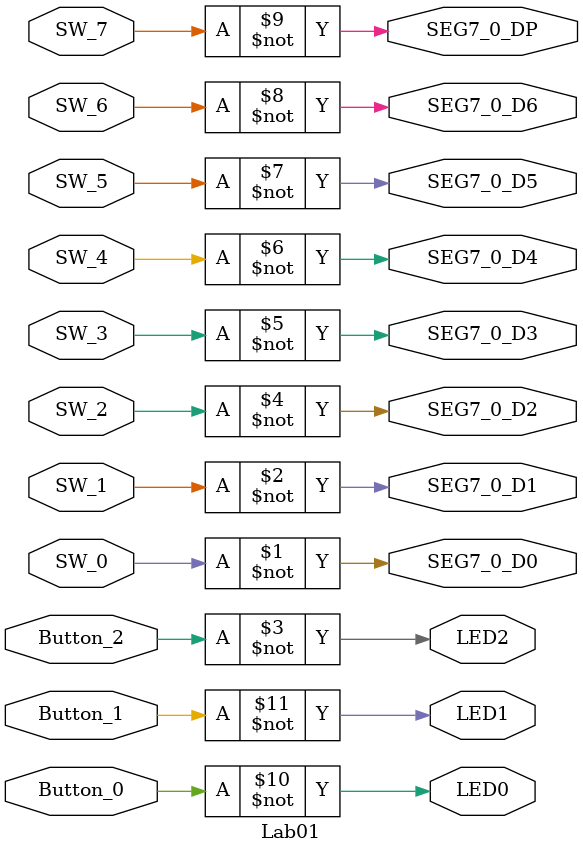
<source format=v>


module Lab01(
	SW_0,
	SW_1,
	SW_2,
	SW_3,
	SW_4,
	SW_5,
	SW_6,
	SW_7,
	Button_0,
	Button_1,
	Button_2,
	SEG7_0_D0,
	SEG7_0_D1,
	SEG7_0_D2,
	SEG7_0_D3,
	SEG7_0_D4,
	SEG7_0_D5,
	SEG7_0_D6,
	SEG7_0_DP,
	LED0,
	LED1,
	LED2
);


input wire	SW_0;
input wire	SW_1;
input wire	SW_2;
input wire	SW_3;
input wire	SW_4;
input wire	SW_5;
input wire	SW_6;
input wire	SW_7;
input wire	Button_0;
input wire	Button_1;
input wire	Button_2;
output wire	SEG7_0_D0;
output wire	SEG7_0_D1;
output wire	SEG7_0_D2;
output wire	SEG7_0_D3;
output wire	SEG7_0_D4;
output wire	SEG7_0_D5;
output wire	SEG7_0_D6;
output wire	SEG7_0_DP;
output wire	LED0;
output wire	LED1;
output wire	LED2;





assign	SEG7_0_D0 =  ~SW_0;

assign	SEG7_0_D1 =  ~SW_1;

assign	LED2 =  ~Button_2;

assign	SEG7_0_D2 =  ~SW_2;

assign	SEG7_0_D3 =  ~SW_3;

assign	SEG7_0_D4 =  ~SW_4;

assign	SEG7_0_D5 =  ~SW_5;

assign	SEG7_0_D6 =  ~SW_6;

assign	SEG7_0_DP =  ~SW_7;

assign	LED0 =  ~Button_0;

assign	LED1 =  ~Button_1;


endmodule

</source>
